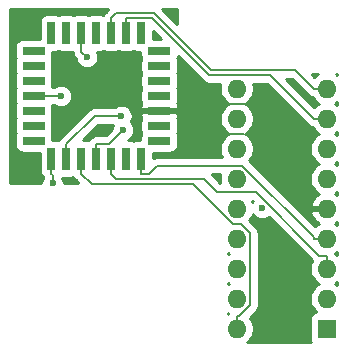
<source format=gbr>
%TF.GenerationSoftware,KiCad,Pcbnew,(5.1.6)-1*%
%TF.CreationDate,2021-02-27T12:52:12+00:00*%
%TF.ProjectId,EgretCudaAdapter,45677265-7443-4756-9461-416461707465,rev?*%
%TF.SameCoordinates,Original*%
%TF.FileFunction,Copper,L1,Top*%
%TF.FilePolarity,Positive*%
%FSLAX46Y46*%
G04 Gerber Fmt 4.6, Leading zero omitted, Abs format (unit mm)*
G04 Created by KiCad (PCBNEW (5.1.6)-1) date 2021-02-27 12:52:12*
%MOMM*%
%LPD*%
G01*
G04 APERTURE LIST*
%TA.AperFunction,ComponentPad*%
%ADD10O,1.600000X1.600000*%
%TD*%
%TA.AperFunction,ComponentPad*%
%ADD11R,1.600000X1.600000*%
%TD*%
%TA.AperFunction,SMDPad,CuDef*%
%ADD12R,1.925000X0.700000*%
%TD*%
%TA.AperFunction,SMDPad,CuDef*%
%ADD13R,0.700000X1.925000*%
%TD*%
%TA.AperFunction,ViaPad*%
%ADD14C,0.600000*%
%TD*%
%TA.AperFunction,Conductor*%
%ADD15C,0.200000*%
%TD*%
%TA.AperFunction,Conductor*%
%ADD16C,0.254000*%
%TD*%
%TA.AperFunction,NonConductor*%
%ADD17C,0.254000*%
%TD*%
G04 APERTURE END LIST*
D10*
%TO.P,344-0440-B,18*%
%TO.N,/PB5*%
X138880000Y-87700000D03*
%TO.P,344-0440-B,9*%
%TO.N,/CB2*%
X146500000Y-67380000D03*
%TO.P,344-0440-B,17*%
%TO.N,/PB4*%
X138880000Y-85160000D03*
%TO.P,344-0440-B,8*%
%TO.N,/CB1*%
X146500000Y-69920000D03*
%TO.P,344-0440-B,16*%
%TO.N,/C3.7M*%
X138880000Y-82620000D03*
%TO.P,344-0440-B,7*%
%TO.N,Net-(344-0440-B1-Pad7)*%
X146500000Y-72460000D03*
%TO.P,344-0440-B,15*%
%TO.N,Net-(344-0440-B1-Pad15)*%
X138880000Y-80080000D03*
%TO.P,344-0440-B,6*%
%TO.N,Net-(344-0440-B1-Pad6)*%
X146500000Y-75000000D03*
%TO.P,344-0440-B,14*%
%TO.N,/VCC*%
X138880000Y-77540000D03*
%TO.P,344-0440-B,5*%
%TO.N,/GND*%
X146500000Y-77540000D03*
%TO.P,344-0440-B,13*%
%TO.N,Net-(344-0440-B1-Pad13)*%
X138880000Y-75000000D03*
%TO.P,344-0440-B,4*%
%TO.N,/RESET*%
X146500000Y-80080000D03*
%TO.P,344-0440-B,12*%
%TO.N,Net-(344-0440-B1-Pad12)*%
X138880000Y-72460000D03*
%TO.P,344-0440-B,3*%
%TO.N,/T0CKI*%
X146500000Y-82620000D03*
%TO.P,344-0440-B,11*%
%TO.N,Net-(344-0440-B1-Pad11)*%
X138880000Y-69920000D03*
%TO.P,344-0440-B,2*%
%TO.N,/ADB*%
X146500000Y-85160000D03*
%TO.P,344-0440-B,10*%
%TO.N,/PB3*%
X138880000Y-67380000D03*
D11*
%TO.P,344-0440-B,1*%
%TO.N,/RA2*%
X146500000Y-87700000D03*
%TD*%
D12*
%TO.P,344S0440-B,25*%
%TO.N,Net-(344S0440-B1-Pad25)*%
X121677500Y-71810000D03*
%TO.P,344S0440-B,24*%
%TO.N,Net-(344S0440-B1-Pad24)*%
X121677500Y-70540000D03*
%TO.P,344S0440-B,23*%
%TO.N,Net-(344S0440-B1-Pad23)*%
X121677500Y-69270000D03*
%TO.P,344S0440-B,22*%
%TO.N,/VCC*%
X121677500Y-68000000D03*
%TO.P,344S0440-B,21*%
%TO.N,Net-(344S0440-B1-Pad21)*%
X121677500Y-66730000D03*
%TO.P,344S0440-B,20*%
%TO.N,Net-(344S0440-B1-Pad20)*%
X121677500Y-65460000D03*
%TO.P,344S0440-B,19*%
%TO.N,Net-(344S0440-B1-Pad19)*%
X121677500Y-64190000D03*
D13*
%TO.P,344S0440-B,18*%
%TO.N,Net-(344S0440-B1-Pad18)*%
X123190000Y-62677500D03*
%TO.P,344S0440-B,17*%
%TO.N,Net-(344S0440-B1-Pad17)*%
X124460000Y-62677500D03*
%TO.P,344S0440-B,16*%
%TO.N,/PB3*%
X125730000Y-62677500D03*
%TO.P,344S0440-B,15*%
%TO.N,Net-(344S0440-B1-Pad15)*%
X127000000Y-62677500D03*
%TO.P,344S0440-B,14*%
%TO.N,/CB2*%
X128270000Y-62677500D03*
%TO.P,344S0440-B,13*%
%TO.N,/CB1*%
X129540000Y-62677500D03*
%TO.P,344S0440-B,12*%
%TO.N,Net-(344S0440-B1-Pad12)*%
X130810000Y-62677500D03*
D12*
%TO.P,344S0440-B,11*%
%TO.N,Net-(344S0440-B1-Pad11)*%
X132322500Y-64190000D03*
%TO.P,344S0440-B,10*%
%TO.N,Net-(344S0440-B1-Pad10)*%
X132322500Y-65460000D03*
%TO.P,344S0440-B,9*%
%TO.N,Net-(344S0440-B1-Pad9)*%
X132322500Y-66730000D03*
%TO.P,344S0440-B,8*%
%TO.N,Net-(344S0440-B1-Pad8)*%
X132322500Y-68000000D03*
%TO.P,344S0440-B,7*%
%TO.N,/GND*%
X132322500Y-69270000D03*
%TO.P,344S0440-B,6*%
%TO.N,Net-(344S0440-B1-Pad6)*%
X132322500Y-70540000D03*
%TO.P,344S0440-B,5*%
%TO.N,Net-(344S0440-B1-Pad5)*%
X132322500Y-71810000D03*
D13*
%TO.P,344S0440-B,26*%
%TO.N,/C3.7M*%
X123190000Y-73322500D03*
%TO.P,344S0440-B,27*%
%TO.N,/PB4*%
X124460000Y-73322500D03*
%TO.P,344S0440-B,28*%
%TO.N,/PB5*%
X125730000Y-73322500D03*
%TO.P,344S0440-B,4*%
%TO.N,/RESET*%
X130810000Y-73322500D03*
%TO.P,344S0440-B,3*%
%TO.N,Net-(344S0440-B1-Pad3)*%
X129540000Y-73322500D03*
%TO.P,344S0440-B,2*%
%TO.N,/T0CKI*%
X128270000Y-73322500D03*
%TO.P,344S0440-B,1*%
%TO.N,/RA2*%
X127000000Y-73322500D03*
%TD*%
D14*
%TO.N,/VCC*%
X141000000Y-77500000D03*
X124000000Y-68000000D03*
%TO.N,/PB3*%
X126200000Y-64740000D03*
%TO.N,/GND*%
X144500000Y-77500000D03*
X127000000Y-68000000D03*
%TO.N,/C3.7M*%
X123280000Y-75370000D03*
%TO.N,/PB4*%
X129120000Y-69683400D03*
%TO.N,/RA2*%
X129250700Y-70881700D03*
%TD*%
D15*
%TO.N,/GND*%
X138239500Y-71183500D02*
X139509500Y-71183500D01*
X138239500Y-68643500D02*
X139573000Y-68643500D01*
%TO.N,/VCC*%
X124000000Y-68000000D02*
X121677500Y-68000000D01*
%TO.N,/PB3*%
X125730000Y-62677500D02*
X125730000Y-64270000D01*
X125730000Y-64270000D02*
X126200000Y-64740000D01*
%TO.N,/CB2*%
X146500000Y-67380000D02*
X145399700Y-67380000D01*
X128270000Y-62677500D02*
X128270000Y-61414700D01*
X128270000Y-61414700D02*
X128670300Y-61014400D01*
X128670300Y-61014400D02*
X131883100Y-61014400D01*
X131883100Y-61014400D02*
X136679100Y-65810400D01*
X136679100Y-65810400D02*
X143830100Y-65810400D01*
X143830100Y-65810400D02*
X145399700Y-67380000D01*
%TO.N,/CB1*%
X129540000Y-62677500D02*
X129540000Y-61414700D01*
X146500000Y-69920000D02*
X145399700Y-69920000D01*
X145399700Y-69920000D02*
X141722400Y-66242700D01*
X141722400Y-66242700D02*
X136545100Y-66242700D01*
X136545100Y-66242700D02*
X131717100Y-61414700D01*
X131717100Y-61414700D02*
X129540000Y-61414700D01*
%TO.N,/GND*%
X132322500Y-69270000D02*
X135310000Y-69270000D01*
X135310000Y-69270000D02*
X137160000Y-71120000D01*
%TO.N,/C3.7M*%
X123190000Y-73322500D02*
X123190000Y-74585300D01*
X123190000Y-74585300D02*
X123280000Y-74675300D01*
X123280000Y-74675300D02*
X123280000Y-75370000D01*
%TO.N,/PB4*%
X124460000Y-73322500D02*
X124460000Y-72059700D01*
X124460000Y-72059700D02*
X126836200Y-69683500D01*
X126836200Y-69683500D02*
X129120000Y-69683500D01*
X129120000Y-69683500D02*
X129120000Y-69683400D01*
%TO.N,/PB5*%
X138880000Y-87700000D02*
X138880000Y-86599700D01*
X125730000Y-73322500D02*
X125730000Y-74585300D01*
X125730000Y-74585300D02*
X126634200Y-75489500D01*
X126634200Y-75489500D02*
X135200900Y-75489500D01*
X135200900Y-75489500D02*
X138561900Y-78850500D01*
X138561900Y-78850500D02*
X139207800Y-78850500D01*
X139207800Y-78850500D02*
X139989500Y-79632200D01*
X139989500Y-79632200D02*
X139989500Y-85718200D01*
X139989500Y-85718200D02*
X139108000Y-86599700D01*
X139108000Y-86599700D02*
X138880000Y-86599700D01*
%TO.N,/RESET*%
X130810000Y-73322500D02*
X130810000Y-74585300D01*
X145399700Y-80080000D02*
X145399700Y-79939700D01*
X145399700Y-79939700D02*
X139353700Y-73893700D01*
X139353700Y-73893700D02*
X132151900Y-73893700D01*
X132151900Y-73893700D02*
X131460300Y-74585300D01*
X131460300Y-74585300D02*
X130810000Y-74585300D01*
X146500000Y-80080000D02*
X145399700Y-80080000D01*
%TO.N,/T0CKI*%
X146500000Y-82620000D02*
X146500000Y-81519700D01*
X128270000Y-73322500D02*
X128270000Y-74585300D01*
X128270000Y-74585300D02*
X128674300Y-74989600D01*
X128674300Y-74989600D02*
X136090000Y-74989600D01*
X136090000Y-74989600D02*
X137228700Y-76128300D01*
X137228700Y-76128300D02*
X140491600Y-76128300D01*
X140491600Y-76128300D02*
X145883000Y-81519700D01*
X145883000Y-81519700D02*
X146500000Y-81519700D01*
%TO.N,/RA2*%
X127000000Y-73322500D02*
X127000000Y-72059700D01*
X127000000Y-72059700D02*
X128072700Y-72059700D01*
X128072700Y-72059700D02*
X129250700Y-70881700D01*
%TD*%
D16*
%TO.N,/GND*%
G36*
X144854446Y-70414193D02*
G01*
X144877462Y-70442238D01*
X144905506Y-70465253D01*
X144989380Y-70534087D01*
X145117066Y-70602337D01*
X145255615Y-70644365D01*
X145258324Y-70644632D01*
X145385363Y-70834759D01*
X145585241Y-71034637D01*
X145817759Y-71190000D01*
X145585241Y-71345363D01*
X145385363Y-71545241D01*
X145228320Y-71780273D01*
X145120147Y-72041426D01*
X145065000Y-72318665D01*
X145065000Y-72601335D01*
X145120147Y-72878574D01*
X145228320Y-73139727D01*
X145385363Y-73374759D01*
X145585241Y-73574637D01*
X145817759Y-73730000D01*
X145585241Y-73885363D01*
X145385363Y-74085241D01*
X145228320Y-74320273D01*
X145120147Y-74581426D01*
X145065000Y-74858665D01*
X145065000Y-75141335D01*
X145120147Y-75418574D01*
X145228320Y-75679727D01*
X145385363Y-75914759D01*
X145585241Y-76114637D01*
X145820273Y-76271680D01*
X145830865Y-76276067D01*
X145644869Y-76387615D01*
X145436481Y-76576586D01*
X145268963Y-76802580D01*
X145148754Y-77056913D01*
X145108096Y-77190961D01*
X145230085Y-77413000D01*
X146373000Y-77413000D01*
X146373000Y-77393000D01*
X146627000Y-77393000D01*
X146627000Y-77413000D01*
X146647000Y-77413000D01*
X146647000Y-77667000D01*
X146627000Y-77667000D01*
X146627000Y-77687000D01*
X146373000Y-77687000D01*
X146373000Y-77667000D01*
X145230085Y-77667000D01*
X145108096Y-77889039D01*
X145148754Y-78023087D01*
X145268963Y-78277420D01*
X145436481Y-78503414D01*
X145644869Y-78692385D01*
X145830865Y-78803933D01*
X145820273Y-78808320D01*
X145585241Y-78965363D01*
X145525025Y-79025579D01*
X139934421Y-73434975D01*
X139994637Y-73374759D01*
X140151680Y-73139727D01*
X140259853Y-72878574D01*
X140315000Y-72601335D01*
X140315000Y-72318665D01*
X140259853Y-72041426D01*
X140151680Y-71780273D01*
X139994637Y-71545241D01*
X139794759Y-71345363D01*
X139562241Y-71190000D01*
X139794759Y-71034637D01*
X139994637Y-70834759D01*
X140151680Y-70599727D01*
X140259853Y-70338574D01*
X140315000Y-70061335D01*
X140315000Y-69778665D01*
X140259853Y-69501426D01*
X140151680Y-69240273D01*
X139994637Y-69005241D01*
X139794759Y-68805363D01*
X139562241Y-68650000D01*
X139794759Y-68494637D01*
X139994637Y-68294759D01*
X140151680Y-68059727D01*
X140259853Y-67798574D01*
X140315000Y-67521335D01*
X140315000Y-67238665D01*
X140263090Y-66977700D01*
X141417954Y-66977700D01*
X144854446Y-70414193D01*
G37*
X144854446Y-70414193D02*
X144877462Y-70442238D01*
X144905506Y-70465253D01*
X144989380Y-70534087D01*
X145117066Y-70602337D01*
X145255615Y-70644365D01*
X145258324Y-70644632D01*
X145385363Y-70834759D01*
X145585241Y-71034637D01*
X145817759Y-71190000D01*
X145585241Y-71345363D01*
X145385363Y-71545241D01*
X145228320Y-71780273D01*
X145120147Y-72041426D01*
X145065000Y-72318665D01*
X145065000Y-72601335D01*
X145120147Y-72878574D01*
X145228320Y-73139727D01*
X145385363Y-73374759D01*
X145585241Y-73574637D01*
X145817759Y-73730000D01*
X145585241Y-73885363D01*
X145385363Y-74085241D01*
X145228320Y-74320273D01*
X145120147Y-74581426D01*
X145065000Y-74858665D01*
X145065000Y-75141335D01*
X145120147Y-75418574D01*
X145228320Y-75679727D01*
X145385363Y-75914759D01*
X145585241Y-76114637D01*
X145820273Y-76271680D01*
X145830865Y-76276067D01*
X145644869Y-76387615D01*
X145436481Y-76576586D01*
X145268963Y-76802580D01*
X145148754Y-77056913D01*
X145108096Y-77190961D01*
X145230085Y-77413000D01*
X146373000Y-77413000D01*
X146373000Y-77393000D01*
X146627000Y-77393000D01*
X146627000Y-77413000D01*
X146647000Y-77413000D01*
X146647000Y-77667000D01*
X146627000Y-77667000D01*
X146627000Y-77687000D01*
X146373000Y-77687000D01*
X146373000Y-77667000D01*
X145230085Y-77667000D01*
X145108096Y-77889039D01*
X145148754Y-78023087D01*
X145268963Y-78277420D01*
X145436481Y-78503414D01*
X145644869Y-78692385D01*
X145830865Y-78803933D01*
X145820273Y-78808320D01*
X145585241Y-78965363D01*
X145525025Y-79025579D01*
X139934421Y-73434975D01*
X139994637Y-73374759D01*
X140151680Y-73139727D01*
X140259853Y-72878574D01*
X140315000Y-72601335D01*
X140315000Y-72318665D01*
X140259853Y-72041426D01*
X140151680Y-71780273D01*
X139994637Y-71545241D01*
X139794759Y-71345363D01*
X139562241Y-71190000D01*
X139794759Y-71034637D01*
X139994637Y-70834759D01*
X140151680Y-70599727D01*
X140259853Y-70338574D01*
X140315000Y-70061335D01*
X140315000Y-69778665D01*
X140259853Y-69501426D01*
X140151680Y-69240273D01*
X139994637Y-69005241D01*
X139794759Y-68805363D01*
X139562241Y-68650000D01*
X139794759Y-68494637D01*
X139994637Y-68294759D01*
X140151680Y-68059727D01*
X140259853Y-67798574D01*
X140315000Y-67521335D01*
X140315000Y-67238665D01*
X140263090Y-66977700D01*
X141417954Y-66977700D01*
X144854446Y-70414193D01*
G36*
X130215820Y-64229502D02*
G01*
X130335518Y-64265812D01*
X130460000Y-64278072D01*
X130721928Y-64278072D01*
X130721928Y-64540000D01*
X130734188Y-64664482D01*
X130770498Y-64784180D01*
X130792317Y-64825000D01*
X130770498Y-64865820D01*
X130734188Y-64985518D01*
X130721928Y-65110000D01*
X130721928Y-65810000D01*
X130734188Y-65934482D01*
X130770498Y-66054180D01*
X130792317Y-66095000D01*
X130770498Y-66135820D01*
X130734188Y-66255518D01*
X130721928Y-66380000D01*
X130721928Y-67080000D01*
X130734188Y-67204482D01*
X130770498Y-67324180D01*
X130792317Y-67365000D01*
X130770498Y-67405820D01*
X130734188Y-67525518D01*
X130721928Y-67650000D01*
X130721928Y-68350000D01*
X130734188Y-68474482D01*
X130770498Y-68594180D01*
X130792317Y-68635000D01*
X130770498Y-68675820D01*
X130734188Y-68795518D01*
X130721928Y-68920000D01*
X130725000Y-68984250D01*
X130883750Y-69143000D01*
X132195500Y-69143000D01*
X132195500Y-69123000D01*
X132449500Y-69123000D01*
X132449500Y-69143000D01*
X133761250Y-69143000D01*
X133920000Y-68984250D01*
X133923072Y-68920000D01*
X133910812Y-68795518D01*
X133874502Y-68675820D01*
X133852683Y-68635000D01*
X133874502Y-68594180D01*
X133910812Y-68474482D01*
X133923072Y-68350000D01*
X133923072Y-67650000D01*
X133910812Y-67525518D01*
X133874502Y-67405820D01*
X133852683Y-67365000D01*
X133874502Y-67324180D01*
X133910812Y-67204482D01*
X133923072Y-67080000D01*
X133923072Y-66380000D01*
X133910812Y-66255518D01*
X133874502Y-66135820D01*
X133852683Y-66095000D01*
X133874502Y-66054180D01*
X133910812Y-65934482D01*
X133923072Y-65810000D01*
X133923072Y-65110000D01*
X133910812Y-64985518D01*
X133874502Y-64865820D01*
X133852683Y-64825000D01*
X133874502Y-64784180D01*
X133910812Y-64664482D01*
X133912302Y-64649349D01*
X135999846Y-66736893D01*
X136022862Y-66764938D01*
X136134780Y-66856787D01*
X136262467Y-66925037D01*
X136358986Y-66954316D01*
X136401014Y-66967065D01*
X136545099Y-66981256D01*
X136581204Y-66977700D01*
X137496910Y-66977700D01*
X137445000Y-67238665D01*
X137445000Y-67521335D01*
X137500147Y-67798574D01*
X137608320Y-68059727D01*
X137765363Y-68294759D01*
X137965241Y-68494637D01*
X138197759Y-68650000D01*
X137965241Y-68805363D01*
X137765363Y-69005241D01*
X137608320Y-69240273D01*
X137500147Y-69501426D01*
X137445000Y-69778665D01*
X137445000Y-70061335D01*
X137500147Y-70338574D01*
X137608320Y-70599727D01*
X137765363Y-70834759D01*
X137965241Y-71034637D01*
X138197759Y-71190000D01*
X137965241Y-71345363D01*
X137765363Y-71545241D01*
X137608320Y-71780273D01*
X137500147Y-72041426D01*
X137445000Y-72318665D01*
X137445000Y-72601335D01*
X137500147Y-72878574D01*
X137608320Y-73139727D01*
X137620997Y-73158700D01*
X132187996Y-73158700D01*
X132151899Y-73155145D01*
X132115802Y-73158700D01*
X132115795Y-73158700D01*
X132022032Y-73167935D01*
X132007814Y-73169335D01*
X131977882Y-73178415D01*
X131869267Y-73211363D01*
X131798072Y-73249417D01*
X131798072Y-72798072D01*
X133285000Y-72798072D01*
X133409482Y-72785812D01*
X133529180Y-72749502D01*
X133639494Y-72690537D01*
X133736185Y-72611185D01*
X133815537Y-72514494D01*
X133874502Y-72404180D01*
X133910812Y-72284482D01*
X133923072Y-72160000D01*
X133923072Y-71460000D01*
X133910812Y-71335518D01*
X133874502Y-71215820D01*
X133852683Y-71175000D01*
X133874502Y-71134180D01*
X133910812Y-71014482D01*
X133923072Y-70890000D01*
X133923072Y-70190000D01*
X133910812Y-70065518D01*
X133874502Y-69945820D01*
X133852683Y-69905000D01*
X133874502Y-69864180D01*
X133910812Y-69744482D01*
X133923072Y-69620000D01*
X133920000Y-69555750D01*
X133761250Y-69397000D01*
X132449500Y-69397000D01*
X132449500Y-69417000D01*
X132195500Y-69417000D01*
X132195500Y-69397000D01*
X130883750Y-69397000D01*
X130725000Y-69555750D01*
X130721928Y-69620000D01*
X130734188Y-69744482D01*
X130770498Y-69864180D01*
X130792317Y-69905000D01*
X130770498Y-69945820D01*
X130734188Y-70065518D01*
X130721928Y-70190000D01*
X130721928Y-70890000D01*
X130734188Y-71014482D01*
X130770498Y-71134180D01*
X130792317Y-71175000D01*
X130770498Y-71215820D01*
X130734188Y-71335518D01*
X130721928Y-71460000D01*
X130721928Y-71721928D01*
X130460000Y-71721928D01*
X130335518Y-71734188D01*
X130215820Y-71770498D01*
X130175000Y-71792317D01*
X130134180Y-71770498D01*
X130014482Y-71734188D01*
X129890000Y-71721928D01*
X129665482Y-71721928D01*
X129693589Y-71710286D01*
X129846728Y-71607962D01*
X129976962Y-71477728D01*
X130079286Y-71324589D01*
X130149768Y-71154429D01*
X130185700Y-70973789D01*
X130185700Y-70789611D01*
X130149768Y-70608971D01*
X130079286Y-70438811D01*
X129976962Y-70285672D01*
X129896112Y-70204822D01*
X129948586Y-70126289D01*
X130019068Y-69956129D01*
X130055000Y-69775489D01*
X130055000Y-69591311D01*
X130019068Y-69410671D01*
X129948586Y-69240511D01*
X129846262Y-69087372D01*
X129716028Y-68957138D01*
X129562889Y-68854814D01*
X129392729Y-68784332D01*
X129212089Y-68748400D01*
X129027911Y-68748400D01*
X128847271Y-68784332D01*
X128677111Y-68854814D01*
X128536900Y-68948500D01*
X126872294Y-68948500D01*
X126836199Y-68944945D01*
X126800104Y-68948500D01*
X126800095Y-68948500D01*
X126692115Y-68959135D01*
X126553567Y-69001163D01*
X126425880Y-69069413D01*
X126313962Y-69161262D01*
X126290946Y-69189307D01*
X123965808Y-71514446D01*
X123937763Y-71537462D01*
X123845914Y-71649380D01*
X123800583Y-71734188D01*
X123781594Y-71769714D01*
X123664482Y-71734188D01*
X123540000Y-71721928D01*
X123278072Y-71721928D01*
X123278072Y-71460000D01*
X123265812Y-71335518D01*
X123229502Y-71215820D01*
X123207683Y-71175000D01*
X123229502Y-71134180D01*
X123265812Y-71014482D01*
X123278072Y-70890000D01*
X123278072Y-70190000D01*
X123265812Y-70065518D01*
X123229502Y-69945820D01*
X123207683Y-69905000D01*
X123229502Y-69864180D01*
X123265812Y-69744482D01*
X123278072Y-69620000D01*
X123278072Y-68920000D01*
X123265812Y-68795518D01*
X123247454Y-68735000D01*
X123417049Y-68735000D01*
X123557111Y-68828586D01*
X123727271Y-68899068D01*
X123907911Y-68935000D01*
X124092089Y-68935000D01*
X124272729Y-68899068D01*
X124442889Y-68828586D01*
X124596028Y-68726262D01*
X124726262Y-68596028D01*
X124828586Y-68442889D01*
X124899068Y-68272729D01*
X124935000Y-68092089D01*
X124935000Y-67907911D01*
X124899068Y-67727271D01*
X124828586Y-67557111D01*
X124726262Y-67403972D01*
X124596028Y-67273738D01*
X124442889Y-67171414D01*
X124272729Y-67100932D01*
X124092089Y-67065000D01*
X123907911Y-67065000D01*
X123727271Y-67100932D01*
X123557111Y-67171414D01*
X123417049Y-67265000D01*
X123247454Y-67265000D01*
X123265812Y-67204482D01*
X123278072Y-67080000D01*
X123278072Y-66380000D01*
X123265812Y-66255518D01*
X123229502Y-66135820D01*
X123207683Y-66095000D01*
X123229502Y-66054180D01*
X123265812Y-65934482D01*
X123278072Y-65810000D01*
X123278072Y-65110000D01*
X123265812Y-64985518D01*
X123229502Y-64865820D01*
X123207683Y-64825000D01*
X123229502Y-64784180D01*
X123265812Y-64664482D01*
X123278072Y-64540000D01*
X123278072Y-64278072D01*
X123540000Y-64278072D01*
X123664482Y-64265812D01*
X123784180Y-64229502D01*
X123825000Y-64207683D01*
X123865820Y-64229502D01*
X123985518Y-64265812D01*
X124110000Y-64278072D01*
X124810000Y-64278072D01*
X124934482Y-64265812D01*
X124993623Y-64247872D01*
X124991444Y-64270000D01*
X125005635Y-64414085D01*
X125023182Y-64471928D01*
X125047664Y-64552633D01*
X125115914Y-64680320D01*
X125207763Y-64792238D01*
X125235808Y-64815254D01*
X125268068Y-64847514D01*
X125300932Y-65012729D01*
X125371414Y-65182889D01*
X125473738Y-65336028D01*
X125603972Y-65466262D01*
X125757111Y-65568586D01*
X125927271Y-65639068D01*
X126107911Y-65675000D01*
X126292089Y-65675000D01*
X126472729Y-65639068D01*
X126642889Y-65568586D01*
X126796028Y-65466262D01*
X126926262Y-65336028D01*
X127028586Y-65182889D01*
X127099068Y-65012729D01*
X127135000Y-64832089D01*
X127135000Y-64647911D01*
X127099068Y-64467271D01*
X127028586Y-64297111D01*
X127015865Y-64278072D01*
X127350000Y-64278072D01*
X127474482Y-64265812D01*
X127594180Y-64229502D01*
X127635000Y-64207683D01*
X127675820Y-64229502D01*
X127795518Y-64265812D01*
X127920000Y-64278072D01*
X128620000Y-64278072D01*
X128744482Y-64265812D01*
X128864180Y-64229502D01*
X128905000Y-64207683D01*
X128945820Y-64229502D01*
X129065518Y-64265812D01*
X129190000Y-64278072D01*
X129890000Y-64278072D01*
X130014482Y-64265812D01*
X130134180Y-64229502D01*
X130175000Y-64207683D01*
X130215820Y-64229502D01*
G37*
X130215820Y-64229502D02*
X130335518Y-64265812D01*
X130460000Y-64278072D01*
X130721928Y-64278072D01*
X130721928Y-64540000D01*
X130734188Y-64664482D01*
X130770498Y-64784180D01*
X130792317Y-64825000D01*
X130770498Y-64865820D01*
X130734188Y-64985518D01*
X130721928Y-65110000D01*
X130721928Y-65810000D01*
X130734188Y-65934482D01*
X130770498Y-66054180D01*
X130792317Y-66095000D01*
X130770498Y-66135820D01*
X130734188Y-66255518D01*
X130721928Y-66380000D01*
X130721928Y-67080000D01*
X130734188Y-67204482D01*
X130770498Y-67324180D01*
X130792317Y-67365000D01*
X130770498Y-67405820D01*
X130734188Y-67525518D01*
X130721928Y-67650000D01*
X130721928Y-68350000D01*
X130734188Y-68474482D01*
X130770498Y-68594180D01*
X130792317Y-68635000D01*
X130770498Y-68675820D01*
X130734188Y-68795518D01*
X130721928Y-68920000D01*
X130725000Y-68984250D01*
X130883750Y-69143000D01*
X132195500Y-69143000D01*
X132195500Y-69123000D01*
X132449500Y-69123000D01*
X132449500Y-69143000D01*
X133761250Y-69143000D01*
X133920000Y-68984250D01*
X133923072Y-68920000D01*
X133910812Y-68795518D01*
X133874502Y-68675820D01*
X133852683Y-68635000D01*
X133874502Y-68594180D01*
X133910812Y-68474482D01*
X133923072Y-68350000D01*
X133923072Y-67650000D01*
X133910812Y-67525518D01*
X133874502Y-67405820D01*
X133852683Y-67365000D01*
X133874502Y-67324180D01*
X133910812Y-67204482D01*
X133923072Y-67080000D01*
X133923072Y-66380000D01*
X133910812Y-66255518D01*
X133874502Y-66135820D01*
X133852683Y-66095000D01*
X133874502Y-66054180D01*
X133910812Y-65934482D01*
X133923072Y-65810000D01*
X133923072Y-65110000D01*
X133910812Y-64985518D01*
X133874502Y-64865820D01*
X133852683Y-64825000D01*
X133874502Y-64784180D01*
X133910812Y-64664482D01*
X133912302Y-64649349D01*
X135999846Y-66736893D01*
X136022862Y-66764938D01*
X136134780Y-66856787D01*
X136262467Y-66925037D01*
X136358986Y-66954316D01*
X136401014Y-66967065D01*
X136545099Y-66981256D01*
X136581204Y-66977700D01*
X137496910Y-66977700D01*
X137445000Y-67238665D01*
X137445000Y-67521335D01*
X137500147Y-67798574D01*
X137608320Y-68059727D01*
X137765363Y-68294759D01*
X137965241Y-68494637D01*
X138197759Y-68650000D01*
X137965241Y-68805363D01*
X137765363Y-69005241D01*
X137608320Y-69240273D01*
X137500147Y-69501426D01*
X137445000Y-69778665D01*
X137445000Y-70061335D01*
X137500147Y-70338574D01*
X137608320Y-70599727D01*
X137765363Y-70834759D01*
X137965241Y-71034637D01*
X138197759Y-71190000D01*
X137965241Y-71345363D01*
X137765363Y-71545241D01*
X137608320Y-71780273D01*
X137500147Y-72041426D01*
X137445000Y-72318665D01*
X137445000Y-72601335D01*
X137500147Y-72878574D01*
X137608320Y-73139727D01*
X137620997Y-73158700D01*
X132187996Y-73158700D01*
X132151899Y-73155145D01*
X132115802Y-73158700D01*
X132115795Y-73158700D01*
X132022032Y-73167935D01*
X132007814Y-73169335D01*
X131977882Y-73178415D01*
X131869267Y-73211363D01*
X131798072Y-73249417D01*
X131798072Y-72798072D01*
X133285000Y-72798072D01*
X133409482Y-72785812D01*
X133529180Y-72749502D01*
X133639494Y-72690537D01*
X133736185Y-72611185D01*
X133815537Y-72514494D01*
X133874502Y-72404180D01*
X133910812Y-72284482D01*
X133923072Y-72160000D01*
X133923072Y-71460000D01*
X133910812Y-71335518D01*
X133874502Y-71215820D01*
X133852683Y-71175000D01*
X133874502Y-71134180D01*
X133910812Y-71014482D01*
X133923072Y-70890000D01*
X133923072Y-70190000D01*
X133910812Y-70065518D01*
X133874502Y-69945820D01*
X133852683Y-69905000D01*
X133874502Y-69864180D01*
X133910812Y-69744482D01*
X133923072Y-69620000D01*
X133920000Y-69555750D01*
X133761250Y-69397000D01*
X132449500Y-69397000D01*
X132449500Y-69417000D01*
X132195500Y-69417000D01*
X132195500Y-69397000D01*
X130883750Y-69397000D01*
X130725000Y-69555750D01*
X130721928Y-69620000D01*
X130734188Y-69744482D01*
X130770498Y-69864180D01*
X130792317Y-69905000D01*
X130770498Y-69945820D01*
X130734188Y-70065518D01*
X130721928Y-70190000D01*
X130721928Y-70890000D01*
X130734188Y-71014482D01*
X130770498Y-71134180D01*
X130792317Y-71175000D01*
X130770498Y-71215820D01*
X130734188Y-71335518D01*
X130721928Y-71460000D01*
X130721928Y-71721928D01*
X130460000Y-71721928D01*
X130335518Y-71734188D01*
X130215820Y-71770498D01*
X130175000Y-71792317D01*
X130134180Y-71770498D01*
X130014482Y-71734188D01*
X129890000Y-71721928D01*
X129665482Y-71721928D01*
X129693589Y-71710286D01*
X129846728Y-71607962D01*
X129976962Y-71477728D01*
X130079286Y-71324589D01*
X130149768Y-71154429D01*
X130185700Y-70973789D01*
X130185700Y-70789611D01*
X130149768Y-70608971D01*
X130079286Y-70438811D01*
X129976962Y-70285672D01*
X129896112Y-70204822D01*
X129948586Y-70126289D01*
X130019068Y-69956129D01*
X130055000Y-69775489D01*
X130055000Y-69591311D01*
X130019068Y-69410671D01*
X129948586Y-69240511D01*
X129846262Y-69087372D01*
X129716028Y-68957138D01*
X129562889Y-68854814D01*
X129392729Y-68784332D01*
X129212089Y-68748400D01*
X129027911Y-68748400D01*
X128847271Y-68784332D01*
X128677111Y-68854814D01*
X128536900Y-68948500D01*
X126872294Y-68948500D01*
X126836199Y-68944945D01*
X126800104Y-68948500D01*
X126800095Y-68948500D01*
X126692115Y-68959135D01*
X126553567Y-69001163D01*
X126425880Y-69069413D01*
X126313962Y-69161262D01*
X126290946Y-69189307D01*
X123965808Y-71514446D01*
X123937763Y-71537462D01*
X123845914Y-71649380D01*
X123800583Y-71734188D01*
X123781594Y-71769714D01*
X123664482Y-71734188D01*
X123540000Y-71721928D01*
X123278072Y-71721928D01*
X123278072Y-71460000D01*
X123265812Y-71335518D01*
X123229502Y-71215820D01*
X123207683Y-71175000D01*
X123229502Y-71134180D01*
X123265812Y-71014482D01*
X123278072Y-70890000D01*
X123278072Y-70190000D01*
X123265812Y-70065518D01*
X123229502Y-69945820D01*
X123207683Y-69905000D01*
X123229502Y-69864180D01*
X123265812Y-69744482D01*
X123278072Y-69620000D01*
X123278072Y-68920000D01*
X123265812Y-68795518D01*
X123247454Y-68735000D01*
X123417049Y-68735000D01*
X123557111Y-68828586D01*
X123727271Y-68899068D01*
X123907911Y-68935000D01*
X124092089Y-68935000D01*
X124272729Y-68899068D01*
X124442889Y-68828586D01*
X124596028Y-68726262D01*
X124726262Y-68596028D01*
X124828586Y-68442889D01*
X124899068Y-68272729D01*
X124935000Y-68092089D01*
X124935000Y-67907911D01*
X124899068Y-67727271D01*
X124828586Y-67557111D01*
X124726262Y-67403972D01*
X124596028Y-67273738D01*
X124442889Y-67171414D01*
X124272729Y-67100932D01*
X124092089Y-67065000D01*
X123907911Y-67065000D01*
X123727271Y-67100932D01*
X123557111Y-67171414D01*
X123417049Y-67265000D01*
X123247454Y-67265000D01*
X123265812Y-67204482D01*
X123278072Y-67080000D01*
X123278072Y-66380000D01*
X123265812Y-66255518D01*
X123229502Y-66135820D01*
X123207683Y-66095000D01*
X123229502Y-66054180D01*
X123265812Y-65934482D01*
X123278072Y-65810000D01*
X123278072Y-65110000D01*
X123265812Y-64985518D01*
X123229502Y-64865820D01*
X123207683Y-64825000D01*
X123229502Y-64784180D01*
X123265812Y-64664482D01*
X123278072Y-64540000D01*
X123278072Y-64278072D01*
X123540000Y-64278072D01*
X123664482Y-64265812D01*
X123784180Y-64229502D01*
X123825000Y-64207683D01*
X123865820Y-64229502D01*
X123985518Y-64265812D01*
X124110000Y-64278072D01*
X124810000Y-64278072D01*
X124934482Y-64265812D01*
X124993623Y-64247872D01*
X124991444Y-64270000D01*
X125005635Y-64414085D01*
X125023182Y-64471928D01*
X125047664Y-64552633D01*
X125115914Y-64680320D01*
X125207763Y-64792238D01*
X125235808Y-64815254D01*
X125268068Y-64847514D01*
X125300932Y-65012729D01*
X125371414Y-65182889D01*
X125473738Y-65336028D01*
X125603972Y-65466262D01*
X125757111Y-65568586D01*
X125927271Y-65639068D01*
X126107911Y-65675000D01*
X126292089Y-65675000D01*
X126472729Y-65639068D01*
X126642889Y-65568586D01*
X126796028Y-65466262D01*
X126926262Y-65336028D01*
X127028586Y-65182889D01*
X127099068Y-65012729D01*
X127135000Y-64832089D01*
X127135000Y-64647911D01*
X127099068Y-64467271D01*
X127028586Y-64297111D01*
X127015865Y-64278072D01*
X127350000Y-64278072D01*
X127474482Y-64265812D01*
X127594180Y-64229502D01*
X127635000Y-64207683D01*
X127675820Y-64229502D01*
X127795518Y-64265812D01*
X127920000Y-64278072D01*
X128620000Y-64278072D01*
X128744482Y-64265812D01*
X128864180Y-64229502D01*
X128905000Y-64207683D01*
X128945820Y-64229502D01*
X129065518Y-64265812D01*
X129190000Y-64278072D01*
X129890000Y-64278072D01*
X130014482Y-64265812D01*
X130134180Y-64229502D01*
X130175000Y-64207683D01*
X130215820Y-64229502D01*
D17*
G36*
X140273738Y-78096028D02*
G01*
X140403972Y-78226262D01*
X140557111Y-78328586D01*
X140727271Y-78399068D01*
X140907911Y-78435000D01*
X141092089Y-78435000D01*
X141272729Y-78399068D01*
X141442889Y-78328586D01*
X141568506Y-78244652D01*
X145242662Y-81918809D01*
X145228320Y-81940273D01*
X145120147Y-82201426D01*
X145065000Y-82478665D01*
X145065000Y-82761335D01*
X145120147Y-83038574D01*
X145228320Y-83299727D01*
X145385363Y-83534759D01*
X145585241Y-83734637D01*
X145817759Y-83890000D01*
X145585241Y-84045363D01*
X145385363Y-84245241D01*
X145228320Y-84480273D01*
X145120147Y-84741426D01*
X145065000Y-85018665D01*
X145065000Y-85301335D01*
X145120147Y-85578574D01*
X145228320Y-85839727D01*
X145385363Y-86074759D01*
X145583961Y-86273357D01*
X145575518Y-86274188D01*
X145455820Y-86310498D01*
X145345506Y-86369463D01*
X145248815Y-86448815D01*
X145169463Y-86545506D01*
X145110498Y-86655820D01*
X145074188Y-86775518D01*
X145061928Y-86900000D01*
X145061928Y-88500000D01*
X145074188Y-88624482D01*
X145110498Y-88744180D01*
X145161716Y-88840000D01*
X139756801Y-88840000D01*
X139794759Y-88814637D01*
X139994637Y-88614759D01*
X140151680Y-88379727D01*
X140259853Y-88118574D01*
X140315000Y-87841335D01*
X140315000Y-87558665D01*
X140259853Y-87281426D01*
X140151680Y-87020273D01*
X139994637Y-86785241D01*
X139978271Y-86768875D01*
X140483693Y-86263454D01*
X140511738Y-86240438D01*
X140603587Y-86128520D01*
X140671837Y-86000833D01*
X140713865Y-85862285D01*
X140724500Y-85754305D01*
X140724500Y-85754296D01*
X140728055Y-85718201D01*
X140724500Y-85682106D01*
X140724500Y-79668305D01*
X140728056Y-79632200D01*
X140713865Y-79488115D01*
X140671837Y-79349566D01*
X140603587Y-79221880D01*
X140534753Y-79138006D01*
X140534750Y-79138003D01*
X140511737Y-79109962D01*
X140483697Y-79086950D01*
X139923071Y-78526325D01*
X139994637Y-78454759D01*
X140151680Y-78219727D01*
X140230020Y-78030599D01*
X140273738Y-78096028D01*
G37*
X140273738Y-78096028D02*
X140403972Y-78226262D01*
X140557111Y-78328586D01*
X140727271Y-78399068D01*
X140907911Y-78435000D01*
X141092089Y-78435000D01*
X141272729Y-78399068D01*
X141442889Y-78328586D01*
X141568506Y-78244652D01*
X145242662Y-81918809D01*
X145228320Y-81940273D01*
X145120147Y-82201426D01*
X145065000Y-82478665D01*
X145065000Y-82761335D01*
X145120147Y-83038574D01*
X145228320Y-83299727D01*
X145385363Y-83534759D01*
X145585241Y-83734637D01*
X145817759Y-83890000D01*
X145585241Y-84045363D01*
X145385363Y-84245241D01*
X145228320Y-84480273D01*
X145120147Y-84741426D01*
X145065000Y-85018665D01*
X145065000Y-85301335D01*
X145120147Y-85578574D01*
X145228320Y-85839727D01*
X145385363Y-86074759D01*
X145583961Y-86273357D01*
X145575518Y-86274188D01*
X145455820Y-86310498D01*
X145345506Y-86369463D01*
X145248815Y-86448815D01*
X145169463Y-86545506D01*
X145110498Y-86655820D01*
X145074188Y-86775518D01*
X145061928Y-86900000D01*
X145061928Y-88500000D01*
X145074188Y-88624482D01*
X145110498Y-88744180D01*
X145161716Y-88840000D01*
X139756801Y-88840000D01*
X139794759Y-88814637D01*
X139994637Y-88614759D01*
X140151680Y-88379727D01*
X140259853Y-88118574D01*
X140315000Y-87841335D01*
X140315000Y-87558665D01*
X140259853Y-87281426D01*
X140151680Y-87020273D01*
X139994637Y-86785241D01*
X139978271Y-86768875D01*
X140483693Y-86263454D01*
X140511738Y-86240438D01*
X140603587Y-86128520D01*
X140671837Y-86000833D01*
X140713865Y-85862285D01*
X140724500Y-85754305D01*
X140724500Y-85754296D01*
X140728055Y-85718201D01*
X140724500Y-85682106D01*
X140724500Y-79668305D01*
X140728056Y-79632200D01*
X140713865Y-79488115D01*
X140671837Y-79349566D01*
X140603587Y-79221880D01*
X140534753Y-79138006D01*
X140534750Y-79138003D01*
X140511737Y-79109962D01*
X140483697Y-79086950D01*
X139923071Y-78526325D01*
X139994637Y-78454759D01*
X140151680Y-78219727D01*
X140230020Y-78030599D01*
X140273738Y-78096028D01*
G36*
X138169195Y-86410914D02*
G01*
X138160000Y-86441225D01*
X138160000Y-86404771D01*
X138169195Y-86410914D01*
G37*
X138169195Y-86410914D02*
X138160000Y-86441225D01*
X138160000Y-86404771D01*
X138169195Y-86410914D01*
G36*
X147340001Y-83995411D02*
G01*
X147182241Y-83890000D01*
X147340001Y-83784589D01*
X147340001Y-83995411D01*
G37*
X147340001Y-83995411D02*
X147182241Y-83890000D01*
X147340001Y-83784589D01*
X147340001Y-83995411D01*
G36*
X138197759Y-83890000D02*
G01*
X138160000Y-83915229D01*
X138160000Y-83864771D01*
X138197759Y-83890000D01*
G37*
X138197759Y-83890000D02*
X138160000Y-83915229D01*
X138160000Y-83864771D01*
X138197759Y-83890000D01*
G36*
X147340001Y-81455411D02*
G01*
X147224632Y-81378324D01*
X147224365Y-81375615D01*
X147210805Y-81330914D01*
X147340001Y-81244589D01*
X147340001Y-81455411D01*
G37*
X147340001Y-81455411D02*
X147224632Y-81378324D01*
X147224365Y-81375615D01*
X147210805Y-81330914D01*
X147340001Y-81244589D01*
X147340001Y-81455411D01*
G36*
X138197759Y-81350000D02*
G01*
X138160000Y-81375229D01*
X138160000Y-81324771D01*
X138197759Y-81350000D01*
G37*
X138197759Y-81350000D02*
X138160000Y-81375229D01*
X138160000Y-81324771D01*
X138197759Y-81350000D01*
G36*
X145228320Y-78219727D02*
G01*
X145385363Y-78454759D01*
X145585241Y-78654637D01*
X145817759Y-78810000D01*
X145585241Y-78965363D01*
X145525025Y-79025579D01*
X144861673Y-78362226D01*
X144942889Y-78328586D01*
X145096028Y-78226262D01*
X145191487Y-78130803D01*
X145228320Y-78219727D01*
G37*
X145228320Y-78219727D02*
X145385363Y-78454759D01*
X145585241Y-78654637D01*
X145817759Y-78810000D01*
X145585241Y-78965363D01*
X145525025Y-79025579D01*
X144861673Y-78362226D01*
X144942889Y-78328586D01*
X145096028Y-78226262D01*
X145191487Y-78130803D01*
X145228320Y-78219727D01*
G36*
X147340001Y-78915411D02*
G01*
X147182241Y-78810000D01*
X147340001Y-78704589D01*
X147340001Y-78915411D01*
G37*
X147340001Y-78915411D02*
X147182241Y-78810000D01*
X147340001Y-78704589D01*
X147340001Y-78915411D01*
G36*
X144854446Y-70414193D02*
G01*
X144877462Y-70442238D01*
X144905506Y-70465253D01*
X144989380Y-70534087D01*
X145117066Y-70602337D01*
X145255615Y-70644365D01*
X145258324Y-70644632D01*
X145385363Y-70834759D01*
X145585241Y-71034637D01*
X145817759Y-71190000D01*
X145585241Y-71345363D01*
X145385363Y-71545241D01*
X145228320Y-71780273D01*
X145120147Y-72041426D01*
X145065000Y-72318665D01*
X145065000Y-72601335D01*
X145120147Y-72878574D01*
X145228320Y-73139727D01*
X145385363Y-73374759D01*
X145585241Y-73574637D01*
X145817759Y-73730000D01*
X145585241Y-73885363D01*
X145385363Y-74085241D01*
X145228320Y-74320273D01*
X145120147Y-74581426D01*
X145065000Y-74858665D01*
X145065000Y-75141335D01*
X145120147Y-75418574D01*
X145228320Y-75679727D01*
X145385363Y-75914759D01*
X145585241Y-76114637D01*
X145817759Y-76270000D01*
X145585241Y-76425363D01*
X145385363Y-76625241D01*
X145228320Y-76860273D01*
X145214918Y-76892628D01*
X145096028Y-76773738D01*
X144942889Y-76671414D01*
X144772729Y-76600932D01*
X144592089Y-76565000D01*
X144407911Y-76565000D01*
X144227271Y-76600932D01*
X144057111Y-76671414D01*
X143903972Y-76773738D01*
X143773738Y-76903972D01*
X143671414Y-77057111D01*
X143637774Y-77138327D01*
X139934421Y-73434975D01*
X139994637Y-73374759D01*
X140151680Y-73139727D01*
X140259853Y-72878574D01*
X140315000Y-72601335D01*
X140315000Y-72318665D01*
X140259853Y-72041426D01*
X140151680Y-71780273D01*
X139994637Y-71545241D01*
X139794759Y-71345363D01*
X139562241Y-71190000D01*
X139794759Y-71034637D01*
X139994637Y-70834759D01*
X140151680Y-70599727D01*
X140259853Y-70338574D01*
X140315000Y-70061335D01*
X140315000Y-69778665D01*
X140259853Y-69501426D01*
X140151680Y-69240273D01*
X139994637Y-69005241D01*
X139794759Y-68805363D01*
X139562241Y-68650000D01*
X139794759Y-68494637D01*
X139994637Y-68294759D01*
X140151680Y-68059727D01*
X140259853Y-67798574D01*
X140315000Y-67521335D01*
X140315000Y-67238665D01*
X140263090Y-66977700D01*
X141417954Y-66977700D01*
X144854446Y-70414193D01*
G37*
X144854446Y-70414193D02*
X144877462Y-70442238D01*
X144905506Y-70465253D01*
X144989380Y-70534087D01*
X145117066Y-70602337D01*
X145255615Y-70644365D01*
X145258324Y-70644632D01*
X145385363Y-70834759D01*
X145585241Y-71034637D01*
X145817759Y-71190000D01*
X145585241Y-71345363D01*
X145385363Y-71545241D01*
X145228320Y-71780273D01*
X145120147Y-72041426D01*
X145065000Y-72318665D01*
X145065000Y-72601335D01*
X145120147Y-72878574D01*
X145228320Y-73139727D01*
X145385363Y-73374759D01*
X145585241Y-73574637D01*
X145817759Y-73730000D01*
X145585241Y-73885363D01*
X145385363Y-74085241D01*
X145228320Y-74320273D01*
X145120147Y-74581426D01*
X145065000Y-74858665D01*
X145065000Y-75141335D01*
X145120147Y-75418574D01*
X145228320Y-75679727D01*
X145385363Y-75914759D01*
X145585241Y-76114637D01*
X145817759Y-76270000D01*
X145585241Y-76425363D01*
X145385363Y-76625241D01*
X145228320Y-76860273D01*
X145214918Y-76892628D01*
X145096028Y-76773738D01*
X144942889Y-76671414D01*
X144772729Y-76600932D01*
X144592089Y-76565000D01*
X144407911Y-76565000D01*
X144227271Y-76600932D01*
X144057111Y-76671414D01*
X143903972Y-76773738D01*
X143773738Y-76903972D01*
X143671414Y-77057111D01*
X143637774Y-77138327D01*
X139934421Y-73434975D01*
X139994637Y-73374759D01*
X140151680Y-73139727D01*
X140259853Y-72878574D01*
X140315000Y-72601335D01*
X140315000Y-72318665D01*
X140259853Y-72041426D01*
X140151680Y-71780273D01*
X139994637Y-71545241D01*
X139794759Y-71345363D01*
X139562241Y-71190000D01*
X139794759Y-71034637D01*
X139994637Y-70834759D01*
X140151680Y-70599727D01*
X140259853Y-70338574D01*
X140315000Y-70061335D01*
X140315000Y-69778665D01*
X140259853Y-69501426D01*
X140151680Y-69240273D01*
X139994637Y-69005241D01*
X139794759Y-68805363D01*
X139562241Y-68650000D01*
X139794759Y-68494637D01*
X139994637Y-68294759D01*
X140151680Y-68059727D01*
X140259853Y-67798574D01*
X140315000Y-67521335D01*
X140315000Y-67238665D01*
X140263090Y-66977700D01*
X141417954Y-66977700D01*
X144854446Y-70414193D01*
G36*
X140255348Y-76931494D02*
G01*
X140209563Y-77000016D01*
X140152934Y-76863300D01*
X140187154Y-76863300D01*
X140255348Y-76931494D01*
G37*
X140255348Y-76931494D02*
X140209563Y-77000016D01*
X140152934Y-76863300D01*
X140187154Y-76863300D01*
X140255348Y-76931494D01*
G36*
X147340000Y-76375411D02*
G01*
X147182241Y-76270000D01*
X147340000Y-76164589D01*
X147340000Y-76375411D01*
G37*
X147340000Y-76375411D02*
X147182241Y-76270000D01*
X147340000Y-76164589D01*
X147340000Y-76375411D01*
G36*
X137445000Y-74858665D02*
G01*
X137445000Y-75141335D01*
X137485677Y-75345830D01*
X136768546Y-74628700D01*
X137490743Y-74628700D01*
X137445000Y-74858665D01*
G37*
X137445000Y-74858665D02*
X137445000Y-75141335D01*
X137485677Y-75345830D01*
X136768546Y-74628700D01*
X137490743Y-74628700D01*
X137445000Y-74858665D01*
G36*
X125115914Y-74995620D02*
G01*
X125207763Y-75107538D01*
X125235807Y-75130553D01*
X125445254Y-75340000D01*
X124215000Y-75340000D01*
X124215000Y-75277911D01*
X124179068Y-75097271D01*
X124108586Y-74927111D01*
X124105598Y-74922638D01*
X124110000Y-74923072D01*
X124810000Y-74923072D01*
X124934482Y-74910812D01*
X125051594Y-74875286D01*
X125115914Y-74995620D01*
G37*
X125115914Y-74995620D02*
X125207763Y-75107538D01*
X125235807Y-75130553D01*
X125445254Y-75340000D01*
X124215000Y-75340000D01*
X124215000Y-75277911D01*
X124179068Y-75097271D01*
X124108586Y-74927111D01*
X124105598Y-74922638D01*
X124110000Y-74923072D01*
X124810000Y-74923072D01*
X124934482Y-74910812D01*
X125051594Y-74875286D01*
X125115914Y-74995620D01*
G36*
X127775808Y-60869446D02*
G01*
X127747763Y-60892462D01*
X127655914Y-61004380D01*
X127610583Y-61089188D01*
X127591594Y-61124714D01*
X127474482Y-61089188D01*
X127350000Y-61076928D01*
X126650000Y-61076928D01*
X126525518Y-61089188D01*
X126405820Y-61125498D01*
X126365000Y-61147317D01*
X126324180Y-61125498D01*
X126204482Y-61089188D01*
X126080000Y-61076928D01*
X125380000Y-61076928D01*
X125255518Y-61089188D01*
X125135820Y-61125498D01*
X125095000Y-61147317D01*
X125054180Y-61125498D01*
X124934482Y-61089188D01*
X124810000Y-61076928D01*
X124110000Y-61076928D01*
X123985518Y-61089188D01*
X123865820Y-61125498D01*
X123825000Y-61147317D01*
X123784180Y-61125498D01*
X123664482Y-61089188D01*
X123540000Y-61076928D01*
X122840000Y-61076928D01*
X122715518Y-61089188D01*
X122595820Y-61125498D01*
X122485506Y-61184463D01*
X122388815Y-61263815D01*
X122309463Y-61360506D01*
X122250498Y-61470820D01*
X122214188Y-61590518D01*
X122201928Y-61715000D01*
X122201928Y-63201928D01*
X120715000Y-63201928D01*
X120590518Y-63214188D01*
X120470820Y-63250498D01*
X120360506Y-63309463D01*
X120263815Y-63388815D01*
X120184463Y-63485506D01*
X120125498Y-63595820D01*
X120089188Y-63715518D01*
X120076928Y-63840000D01*
X120076928Y-64540000D01*
X120089188Y-64664482D01*
X120125498Y-64784180D01*
X120147317Y-64825000D01*
X120125498Y-64865820D01*
X120089188Y-64985518D01*
X120076928Y-65110000D01*
X120076928Y-65810000D01*
X120089188Y-65934482D01*
X120125498Y-66054180D01*
X120147317Y-66095000D01*
X120125498Y-66135820D01*
X120089188Y-66255518D01*
X120076928Y-66380000D01*
X120076928Y-67080000D01*
X120089188Y-67204482D01*
X120125498Y-67324180D01*
X120147317Y-67365000D01*
X120125498Y-67405820D01*
X120089188Y-67525518D01*
X120076928Y-67650000D01*
X120076928Y-68350000D01*
X120089188Y-68474482D01*
X120125498Y-68594180D01*
X120147317Y-68635000D01*
X120125498Y-68675820D01*
X120089188Y-68795518D01*
X120076928Y-68920000D01*
X120076928Y-69620000D01*
X120089188Y-69744482D01*
X120125498Y-69864180D01*
X120147317Y-69905000D01*
X120125498Y-69945820D01*
X120089188Y-70065518D01*
X120076928Y-70190000D01*
X120076928Y-70890000D01*
X120089188Y-71014482D01*
X120125498Y-71134180D01*
X120147317Y-71175000D01*
X120125498Y-71215820D01*
X120089188Y-71335518D01*
X120076928Y-71460000D01*
X120076928Y-72160000D01*
X120089188Y-72284482D01*
X120125498Y-72404180D01*
X120184463Y-72514494D01*
X120263815Y-72611185D01*
X120360506Y-72690537D01*
X120470820Y-72749502D01*
X120590518Y-72785812D01*
X120715000Y-72798072D01*
X122201928Y-72798072D01*
X122201928Y-74285000D01*
X122214188Y-74409482D01*
X122250498Y-74529180D01*
X122309463Y-74639494D01*
X122388815Y-74736185D01*
X122485506Y-74815537D01*
X122492982Y-74819533D01*
X122502447Y-74850735D01*
X122451414Y-74927111D01*
X122380932Y-75097271D01*
X122345000Y-75277911D01*
X122345000Y-75340000D01*
X119660000Y-75340000D01*
X119660000Y-60660000D01*
X127985254Y-60660000D01*
X127775808Y-60869446D01*
G37*
X127775808Y-60869446D02*
X127747763Y-60892462D01*
X127655914Y-61004380D01*
X127610583Y-61089188D01*
X127591594Y-61124714D01*
X127474482Y-61089188D01*
X127350000Y-61076928D01*
X126650000Y-61076928D01*
X126525518Y-61089188D01*
X126405820Y-61125498D01*
X126365000Y-61147317D01*
X126324180Y-61125498D01*
X126204482Y-61089188D01*
X126080000Y-61076928D01*
X125380000Y-61076928D01*
X125255518Y-61089188D01*
X125135820Y-61125498D01*
X125095000Y-61147317D01*
X125054180Y-61125498D01*
X124934482Y-61089188D01*
X124810000Y-61076928D01*
X124110000Y-61076928D01*
X123985518Y-61089188D01*
X123865820Y-61125498D01*
X123825000Y-61147317D01*
X123784180Y-61125498D01*
X123664482Y-61089188D01*
X123540000Y-61076928D01*
X122840000Y-61076928D01*
X122715518Y-61089188D01*
X122595820Y-61125498D01*
X122485506Y-61184463D01*
X122388815Y-61263815D01*
X122309463Y-61360506D01*
X122250498Y-61470820D01*
X122214188Y-61590518D01*
X122201928Y-61715000D01*
X122201928Y-63201928D01*
X120715000Y-63201928D01*
X120590518Y-63214188D01*
X120470820Y-63250498D01*
X120360506Y-63309463D01*
X120263815Y-63388815D01*
X120184463Y-63485506D01*
X120125498Y-63595820D01*
X120089188Y-63715518D01*
X120076928Y-63840000D01*
X120076928Y-64540000D01*
X120089188Y-64664482D01*
X120125498Y-64784180D01*
X120147317Y-64825000D01*
X120125498Y-64865820D01*
X120089188Y-64985518D01*
X120076928Y-65110000D01*
X120076928Y-65810000D01*
X120089188Y-65934482D01*
X120125498Y-66054180D01*
X120147317Y-66095000D01*
X120125498Y-66135820D01*
X120089188Y-66255518D01*
X120076928Y-66380000D01*
X120076928Y-67080000D01*
X120089188Y-67204482D01*
X120125498Y-67324180D01*
X120147317Y-67365000D01*
X120125498Y-67405820D01*
X120089188Y-67525518D01*
X120076928Y-67650000D01*
X120076928Y-68350000D01*
X120089188Y-68474482D01*
X120125498Y-68594180D01*
X120147317Y-68635000D01*
X120125498Y-68675820D01*
X120089188Y-68795518D01*
X120076928Y-68920000D01*
X120076928Y-69620000D01*
X120089188Y-69744482D01*
X120125498Y-69864180D01*
X120147317Y-69905000D01*
X120125498Y-69945820D01*
X120089188Y-70065518D01*
X120076928Y-70190000D01*
X120076928Y-70890000D01*
X120089188Y-71014482D01*
X120125498Y-71134180D01*
X120147317Y-71175000D01*
X120125498Y-71215820D01*
X120089188Y-71335518D01*
X120076928Y-71460000D01*
X120076928Y-72160000D01*
X120089188Y-72284482D01*
X120125498Y-72404180D01*
X120184463Y-72514494D01*
X120263815Y-72611185D01*
X120360506Y-72690537D01*
X120470820Y-72749502D01*
X120590518Y-72785812D01*
X120715000Y-72798072D01*
X122201928Y-72798072D01*
X122201928Y-74285000D01*
X122214188Y-74409482D01*
X122250498Y-74529180D01*
X122309463Y-74639494D01*
X122388815Y-74736185D01*
X122485506Y-74815537D01*
X122492982Y-74819533D01*
X122502447Y-74850735D01*
X122451414Y-74927111D01*
X122380932Y-75097271D01*
X122345000Y-75277911D01*
X122345000Y-75340000D01*
X119660000Y-75340000D01*
X119660000Y-60660000D01*
X127985254Y-60660000D01*
X127775808Y-60869446D01*
G36*
X147340000Y-73835411D02*
G01*
X147182241Y-73730000D01*
X147340000Y-73624589D01*
X147340000Y-73835411D01*
G37*
X147340000Y-73835411D02*
X147182241Y-73730000D01*
X147340000Y-73624589D01*
X147340000Y-73835411D01*
G36*
X135999846Y-66736893D02*
G01*
X136022862Y-66764938D01*
X136134780Y-66856787D01*
X136262467Y-66925037D01*
X136358986Y-66954316D01*
X136401014Y-66967065D01*
X136545099Y-66981256D01*
X136581204Y-66977700D01*
X137496910Y-66977700D01*
X137445000Y-67238665D01*
X137445000Y-67521335D01*
X137500147Y-67798574D01*
X137608320Y-68059727D01*
X137765363Y-68294759D01*
X137965241Y-68494637D01*
X138197759Y-68650000D01*
X137965241Y-68805363D01*
X137765363Y-69005241D01*
X137608320Y-69240273D01*
X137500147Y-69501426D01*
X137445000Y-69778665D01*
X137445000Y-70061335D01*
X137500147Y-70338574D01*
X137608320Y-70599727D01*
X137765363Y-70834759D01*
X137965241Y-71034637D01*
X138197759Y-71190000D01*
X137965241Y-71345363D01*
X137765363Y-71545241D01*
X137608320Y-71780273D01*
X137500147Y-72041426D01*
X137445000Y-72318665D01*
X137445000Y-72601335D01*
X137500147Y-72878574D01*
X137608320Y-73139727D01*
X137620997Y-73158700D01*
X132187996Y-73158700D01*
X132151899Y-73155145D01*
X132115802Y-73158700D01*
X132115795Y-73158700D01*
X132022032Y-73167935D01*
X132007814Y-73169335D01*
X131977882Y-73178415D01*
X131869267Y-73211363D01*
X131798072Y-73249417D01*
X131798072Y-72798072D01*
X133285000Y-72798072D01*
X133409482Y-72785812D01*
X133529180Y-72749502D01*
X133639494Y-72690537D01*
X133736185Y-72611185D01*
X133815537Y-72514494D01*
X133874502Y-72404180D01*
X133910812Y-72284482D01*
X133923072Y-72160000D01*
X133923072Y-71460000D01*
X133910812Y-71335518D01*
X133874502Y-71215820D01*
X133852683Y-71175000D01*
X133874502Y-71134180D01*
X133910812Y-71014482D01*
X133923072Y-70890000D01*
X133923072Y-70190000D01*
X133910812Y-70065518D01*
X133874502Y-69945820D01*
X133852683Y-69905000D01*
X133874502Y-69864180D01*
X133910812Y-69744482D01*
X133923072Y-69620000D01*
X133923072Y-68920000D01*
X133910812Y-68795518D01*
X133874502Y-68675820D01*
X133852683Y-68635000D01*
X133874502Y-68594180D01*
X133910812Y-68474482D01*
X133923072Y-68350000D01*
X133923072Y-67650000D01*
X133910812Y-67525518D01*
X133874502Y-67405820D01*
X133852683Y-67365000D01*
X133874502Y-67324180D01*
X133910812Y-67204482D01*
X133923072Y-67080000D01*
X133923072Y-66380000D01*
X133910812Y-66255518D01*
X133874502Y-66135820D01*
X133852683Y-66095000D01*
X133874502Y-66054180D01*
X133910812Y-65934482D01*
X133923072Y-65810000D01*
X133923072Y-65110000D01*
X133910812Y-64985518D01*
X133874502Y-64865820D01*
X133852683Y-64825000D01*
X133874502Y-64784180D01*
X133910812Y-64664482D01*
X133912302Y-64649349D01*
X135999846Y-66736893D01*
G37*
X135999846Y-66736893D02*
X136022862Y-66764938D01*
X136134780Y-66856787D01*
X136262467Y-66925037D01*
X136358986Y-66954316D01*
X136401014Y-66967065D01*
X136545099Y-66981256D01*
X136581204Y-66977700D01*
X137496910Y-66977700D01*
X137445000Y-67238665D01*
X137445000Y-67521335D01*
X137500147Y-67798574D01*
X137608320Y-68059727D01*
X137765363Y-68294759D01*
X137965241Y-68494637D01*
X138197759Y-68650000D01*
X137965241Y-68805363D01*
X137765363Y-69005241D01*
X137608320Y-69240273D01*
X137500147Y-69501426D01*
X137445000Y-69778665D01*
X137445000Y-70061335D01*
X137500147Y-70338574D01*
X137608320Y-70599727D01*
X137765363Y-70834759D01*
X137965241Y-71034637D01*
X138197759Y-71190000D01*
X137965241Y-71345363D01*
X137765363Y-71545241D01*
X137608320Y-71780273D01*
X137500147Y-72041426D01*
X137445000Y-72318665D01*
X137445000Y-72601335D01*
X137500147Y-72878574D01*
X137608320Y-73139727D01*
X137620997Y-73158700D01*
X132187996Y-73158700D01*
X132151899Y-73155145D01*
X132115802Y-73158700D01*
X132115795Y-73158700D01*
X132022032Y-73167935D01*
X132007814Y-73169335D01*
X131977882Y-73178415D01*
X131869267Y-73211363D01*
X131798072Y-73249417D01*
X131798072Y-72798072D01*
X133285000Y-72798072D01*
X133409482Y-72785812D01*
X133529180Y-72749502D01*
X133639494Y-72690537D01*
X133736185Y-72611185D01*
X133815537Y-72514494D01*
X133874502Y-72404180D01*
X133910812Y-72284482D01*
X133923072Y-72160000D01*
X133923072Y-71460000D01*
X133910812Y-71335518D01*
X133874502Y-71215820D01*
X133852683Y-71175000D01*
X133874502Y-71134180D01*
X133910812Y-71014482D01*
X133923072Y-70890000D01*
X133923072Y-70190000D01*
X133910812Y-70065518D01*
X133874502Y-69945820D01*
X133852683Y-69905000D01*
X133874502Y-69864180D01*
X133910812Y-69744482D01*
X133923072Y-69620000D01*
X133923072Y-68920000D01*
X133910812Y-68795518D01*
X133874502Y-68675820D01*
X133852683Y-68635000D01*
X133874502Y-68594180D01*
X133910812Y-68474482D01*
X133923072Y-68350000D01*
X133923072Y-67650000D01*
X133910812Y-67525518D01*
X133874502Y-67405820D01*
X133852683Y-67365000D01*
X133874502Y-67324180D01*
X133910812Y-67204482D01*
X133923072Y-67080000D01*
X133923072Y-66380000D01*
X133910812Y-66255518D01*
X133874502Y-66135820D01*
X133852683Y-66095000D01*
X133874502Y-66054180D01*
X133910812Y-65934482D01*
X133923072Y-65810000D01*
X133923072Y-65110000D01*
X133910812Y-64985518D01*
X133874502Y-64865820D01*
X133852683Y-64825000D01*
X133874502Y-64784180D01*
X133910812Y-64664482D01*
X133912302Y-64649349D01*
X135999846Y-66736893D01*
G36*
X130215820Y-64229502D02*
G01*
X130335518Y-64265812D01*
X130460000Y-64278072D01*
X130721928Y-64278072D01*
X130721928Y-64540000D01*
X130734188Y-64664482D01*
X130770498Y-64784180D01*
X130792317Y-64825000D01*
X130770498Y-64865820D01*
X130734188Y-64985518D01*
X130721928Y-65110000D01*
X130721928Y-65810000D01*
X130734188Y-65934482D01*
X130770498Y-66054180D01*
X130792317Y-66095000D01*
X130770498Y-66135820D01*
X130734188Y-66255518D01*
X130721928Y-66380000D01*
X130721928Y-67080000D01*
X130734188Y-67204482D01*
X130770498Y-67324180D01*
X130792317Y-67365000D01*
X130770498Y-67405820D01*
X130734188Y-67525518D01*
X130721928Y-67650000D01*
X130721928Y-68350000D01*
X130734188Y-68474482D01*
X130770498Y-68594180D01*
X130792317Y-68635000D01*
X130770498Y-68675820D01*
X130734188Y-68795518D01*
X130721928Y-68920000D01*
X130721928Y-69620000D01*
X130734188Y-69744482D01*
X130770498Y-69864180D01*
X130792317Y-69905000D01*
X130770498Y-69945820D01*
X130734188Y-70065518D01*
X130721928Y-70190000D01*
X130721928Y-70890000D01*
X130734188Y-71014482D01*
X130770498Y-71134180D01*
X130792317Y-71175000D01*
X130770498Y-71215820D01*
X130734188Y-71335518D01*
X130721928Y-71460000D01*
X130721928Y-71721928D01*
X130460000Y-71721928D01*
X130335518Y-71734188D01*
X130215820Y-71770498D01*
X130175000Y-71792317D01*
X130134180Y-71770498D01*
X130014482Y-71734188D01*
X129890000Y-71721928D01*
X129665482Y-71721928D01*
X129693589Y-71710286D01*
X129846728Y-71607962D01*
X129976962Y-71477728D01*
X130079286Y-71324589D01*
X130149768Y-71154429D01*
X130185700Y-70973789D01*
X130185700Y-70789611D01*
X130149768Y-70608971D01*
X130079286Y-70438811D01*
X129976962Y-70285672D01*
X129896112Y-70204822D01*
X129948586Y-70126289D01*
X130019068Y-69956129D01*
X130055000Y-69775489D01*
X130055000Y-69591311D01*
X130019068Y-69410671D01*
X129948586Y-69240511D01*
X129846262Y-69087372D01*
X129716028Y-68957138D01*
X129562889Y-68854814D01*
X129392729Y-68784332D01*
X129212089Y-68748400D01*
X129027911Y-68748400D01*
X128847271Y-68784332D01*
X128677111Y-68854814D01*
X128536900Y-68948500D01*
X126872294Y-68948500D01*
X126836199Y-68944945D01*
X126800104Y-68948500D01*
X126800095Y-68948500D01*
X126692115Y-68959135D01*
X126553567Y-69001163D01*
X126425880Y-69069413D01*
X126313962Y-69161262D01*
X126290946Y-69189307D01*
X123965808Y-71514446D01*
X123937763Y-71537462D01*
X123845914Y-71649380D01*
X123800583Y-71734188D01*
X123781594Y-71769714D01*
X123664482Y-71734188D01*
X123540000Y-71721928D01*
X123278072Y-71721928D01*
X123278072Y-71460000D01*
X123265812Y-71335518D01*
X123229502Y-71215820D01*
X123207683Y-71175000D01*
X123229502Y-71134180D01*
X123265812Y-71014482D01*
X123278072Y-70890000D01*
X123278072Y-70190000D01*
X123265812Y-70065518D01*
X123229502Y-69945820D01*
X123207683Y-69905000D01*
X123229502Y-69864180D01*
X123265812Y-69744482D01*
X123278072Y-69620000D01*
X123278072Y-68920000D01*
X123265812Y-68795518D01*
X123247454Y-68735000D01*
X123417049Y-68735000D01*
X123557111Y-68828586D01*
X123727271Y-68899068D01*
X123907911Y-68935000D01*
X124092089Y-68935000D01*
X124272729Y-68899068D01*
X124442889Y-68828586D01*
X124596028Y-68726262D01*
X124726262Y-68596028D01*
X124828586Y-68442889D01*
X124899068Y-68272729D01*
X124935000Y-68092089D01*
X124935000Y-67907911D01*
X126065000Y-67907911D01*
X126065000Y-68092089D01*
X126100932Y-68272729D01*
X126171414Y-68442889D01*
X126273738Y-68596028D01*
X126403972Y-68726262D01*
X126557111Y-68828586D01*
X126727271Y-68899068D01*
X126907911Y-68935000D01*
X127092089Y-68935000D01*
X127272729Y-68899068D01*
X127442889Y-68828586D01*
X127596028Y-68726262D01*
X127726262Y-68596028D01*
X127828586Y-68442889D01*
X127899068Y-68272729D01*
X127935000Y-68092089D01*
X127935000Y-67907911D01*
X127899068Y-67727271D01*
X127828586Y-67557111D01*
X127726262Y-67403972D01*
X127596028Y-67273738D01*
X127442889Y-67171414D01*
X127272729Y-67100932D01*
X127092089Y-67065000D01*
X126907911Y-67065000D01*
X126727271Y-67100932D01*
X126557111Y-67171414D01*
X126403972Y-67273738D01*
X126273738Y-67403972D01*
X126171414Y-67557111D01*
X126100932Y-67727271D01*
X126065000Y-67907911D01*
X124935000Y-67907911D01*
X124899068Y-67727271D01*
X124828586Y-67557111D01*
X124726262Y-67403972D01*
X124596028Y-67273738D01*
X124442889Y-67171414D01*
X124272729Y-67100932D01*
X124092089Y-67065000D01*
X123907911Y-67065000D01*
X123727271Y-67100932D01*
X123557111Y-67171414D01*
X123417049Y-67265000D01*
X123247454Y-67265000D01*
X123265812Y-67204482D01*
X123278072Y-67080000D01*
X123278072Y-66380000D01*
X123265812Y-66255518D01*
X123229502Y-66135820D01*
X123207683Y-66095000D01*
X123229502Y-66054180D01*
X123265812Y-65934482D01*
X123278072Y-65810000D01*
X123278072Y-65110000D01*
X123265812Y-64985518D01*
X123229502Y-64865820D01*
X123207683Y-64825000D01*
X123229502Y-64784180D01*
X123265812Y-64664482D01*
X123278072Y-64540000D01*
X123278072Y-64278072D01*
X123540000Y-64278072D01*
X123664482Y-64265812D01*
X123784180Y-64229502D01*
X123825000Y-64207683D01*
X123865820Y-64229502D01*
X123985518Y-64265812D01*
X124110000Y-64278072D01*
X124810000Y-64278072D01*
X124934482Y-64265812D01*
X124993623Y-64247872D01*
X124991444Y-64270000D01*
X125005635Y-64414085D01*
X125023182Y-64471928D01*
X125047664Y-64552633D01*
X125115914Y-64680320D01*
X125207763Y-64792238D01*
X125235808Y-64815254D01*
X125268068Y-64847514D01*
X125300932Y-65012729D01*
X125371414Y-65182889D01*
X125473738Y-65336028D01*
X125603972Y-65466262D01*
X125757111Y-65568586D01*
X125927271Y-65639068D01*
X126107911Y-65675000D01*
X126292089Y-65675000D01*
X126472729Y-65639068D01*
X126642889Y-65568586D01*
X126796028Y-65466262D01*
X126926262Y-65336028D01*
X127028586Y-65182889D01*
X127099068Y-65012729D01*
X127135000Y-64832089D01*
X127135000Y-64647911D01*
X127099068Y-64467271D01*
X127028586Y-64297111D01*
X127015865Y-64278072D01*
X127350000Y-64278072D01*
X127474482Y-64265812D01*
X127594180Y-64229502D01*
X127635000Y-64207683D01*
X127675820Y-64229502D01*
X127795518Y-64265812D01*
X127920000Y-64278072D01*
X128620000Y-64278072D01*
X128744482Y-64265812D01*
X128864180Y-64229502D01*
X128905000Y-64207683D01*
X128945820Y-64229502D01*
X129065518Y-64265812D01*
X129190000Y-64278072D01*
X129890000Y-64278072D01*
X130014482Y-64265812D01*
X130134180Y-64229502D01*
X130175000Y-64207683D01*
X130215820Y-64229502D01*
G37*
X130215820Y-64229502D02*
X130335518Y-64265812D01*
X130460000Y-64278072D01*
X130721928Y-64278072D01*
X130721928Y-64540000D01*
X130734188Y-64664482D01*
X130770498Y-64784180D01*
X130792317Y-64825000D01*
X130770498Y-64865820D01*
X130734188Y-64985518D01*
X130721928Y-65110000D01*
X130721928Y-65810000D01*
X130734188Y-65934482D01*
X130770498Y-66054180D01*
X130792317Y-66095000D01*
X130770498Y-66135820D01*
X130734188Y-66255518D01*
X130721928Y-66380000D01*
X130721928Y-67080000D01*
X130734188Y-67204482D01*
X130770498Y-67324180D01*
X130792317Y-67365000D01*
X130770498Y-67405820D01*
X130734188Y-67525518D01*
X130721928Y-67650000D01*
X130721928Y-68350000D01*
X130734188Y-68474482D01*
X130770498Y-68594180D01*
X130792317Y-68635000D01*
X130770498Y-68675820D01*
X130734188Y-68795518D01*
X130721928Y-68920000D01*
X130721928Y-69620000D01*
X130734188Y-69744482D01*
X130770498Y-69864180D01*
X130792317Y-69905000D01*
X130770498Y-69945820D01*
X130734188Y-70065518D01*
X130721928Y-70190000D01*
X130721928Y-70890000D01*
X130734188Y-71014482D01*
X130770498Y-71134180D01*
X130792317Y-71175000D01*
X130770498Y-71215820D01*
X130734188Y-71335518D01*
X130721928Y-71460000D01*
X130721928Y-71721928D01*
X130460000Y-71721928D01*
X130335518Y-71734188D01*
X130215820Y-71770498D01*
X130175000Y-71792317D01*
X130134180Y-71770498D01*
X130014482Y-71734188D01*
X129890000Y-71721928D01*
X129665482Y-71721928D01*
X129693589Y-71710286D01*
X129846728Y-71607962D01*
X129976962Y-71477728D01*
X130079286Y-71324589D01*
X130149768Y-71154429D01*
X130185700Y-70973789D01*
X130185700Y-70789611D01*
X130149768Y-70608971D01*
X130079286Y-70438811D01*
X129976962Y-70285672D01*
X129896112Y-70204822D01*
X129948586Y-70126289D01*
X130019068Y-69956129D01*
X130055000Y-69775489D01*
X130055000Y-69591311D01*
X130019068Y-69410671D01*
X129948586Y-69240511D01*
X129846262Y-69087372D01*
X129716028Y-68957138D01*
X129562889Y-68854814D01*
X129392729Y-68784332D01*
X129212089Y-68748400D01*
X129027911Y-68748400D01*
X128847271Y-68784332D01*
X128677111Y-68854814D01*
X128536900Y-68948500D01*
X126872294Y-68948500D01*
X126836199Y-68944945D01*
X126800104Y-68948500D01*
X126800095Y-68948500D01*
X126692115Y-68959135D01*
X126553567Y-69001163D01*
X126425880Y-69069413D01*
X126313962Y-69161262D01*
X126290946Y-69189307D01*
X123965808Y-71514446D01*
X123937763Y-71537462D01*
X123845914Y-71649380D01*
X123800583Y-71734188D01*
X123781594Y-71769714D01*
X123664482Y-71734188D01*
X123540000Y-71721928D01*
X123278072Y-71721928D01*
X123278072Y-71460000D01*
X123265812Y-71335518D01*
X123229502Y-71215820D01*
X123207683Y-71175000D01*
X123229502Y-71134180D01*
X123265812Y-71014482D01*
X123278072Y-70890000D01*
X123278072Y-70190000D01*
X123265812Y-70065518D01*
X123229502Y-69945820D01*
X123207683Y-69905000D01*
X123229502Y-69864180D01*
X123265812Y-69744482D01*
X123278072Y-69620000D01*
X123278072Y-68920000D01*
X123265812Y-68795518D01*
X123247454Y-68735000D01*
X123417049Y-68735000D01*
X123557111Y-68828586D01*
X123727271Y-68899068D01*
X123907911Y-68935000D01*
X124092089Y-68935000D01*
X124272729Y-68899068D01*
X124442889Y-68828586D01*
X124596028Y-68726262D01*
X124726262Y-68596028D01*
X124828586Y-68442889D01*
X124899068Y-68272729D01*
X124935000Y-68092089D01*
X124935000Y-67907911D01*
X126065000Y-67907911D01*
X126065000Y-68092089D01*
X126100932Y-68272729D01*
X126171414Y-68442889D01*
X126273738Y-68596028D01*
X126403972Y-68726262D01*
X126557111Y-68828586D01*
X126727271Y-68899068D01*
X126907911Y-68935000D01*
X127092089Y-68935000D01*
X127272729Y-68899068D01*
X127442889Y-68828586D01*
X127596028Y-68726262D01*
X127726262Y-68596028D01*
X127828586Y-68442889D01*
X127899068Y-68272729D01*
X127935000Y-68092089D01*
X127935000Y-67907911D01*
X127899068Y-67727271D01*
X127828586Y-67557111D01*
X127726262Y-67403972D01*
X127596028Y-67273738D01*
X127442889Y-67171414D01*
X127272729Y-67100932D01*
X127092089Y-67065000D01*
X126907911Y-67065000D01*
X126727271Y-67100932D01*
X126557111Y-67171414D01*
X126403972Y-67273738D01*
X126273738Y-67403972D01*
X126171414Y-67557111D01*
X126100932Y-67727271D01*
X126065000Y-67907911D01*
X124935000Y-67907911D01*
X124899068Y-67727271D01*
X124828586Y-67557111D01*
X124726262Y-67403972D01*
X124596028Y-67273738D01*
X124442889Y-67171414D01*
X124272729Y-67100932D01*
X124092089Y-67065000D01*
X123907911Y-67065000D01*
X123727271Y-67100932D01*
X123557111Y-67171414D01*
X123417049Y-67265000D01*
X123247454Y-67265000D01*
X123265812Y-67204482D01*
X123278072Y-67080000D01*
X123278072Y-66380000D01*
X123265812Y-66255518D01*
X123229502Y-66135820D01*
X123207683Y-66095000D01*
X123229502Y-66054180D01*
X123265812Y-65934482D01*
X123278072Y-65810000D01*
X123278072Y-65110000D01*
X123265812Y-64985518D01*
X123229502Y-64865820D01*
X123207683Y-64825000D01*
X123229502Y-64784180D01*
X123265812Y-64664482D01*
X123278072Y-64540000D01*
X123278072Y-64278072D01*
X123540000Y-64278072D01*
X123664482Y-64265812D01*
X123784180Y-64229502D01*
X123825000Y-64207683D01*
X123865820Y-64229502D01*
X123985518Y-64265812D01*
X124110000Y-64278072D01*
X124810000Y-64278072D01*
X124934482Y-64265812D01*
X124993623Y-64247872D01*
X124991444Y-64270000D01*
X125005635Y-64414085D01*
X125023182Y-64471928D01*
X125047664Y-64552633D01*
X125115914Y-64680320D01*
X125207763Y-64792238D01*
X125235808Y-64815254D01*
X125268068Y-64847514D01*
X125300932Y-65012729D01*
X125371414Y-65182889D01*
X125473738Y-65336028D01*
X125603972Y-65466262D01*
X125757111Y-65568586D01*
X125927271Y-65639068D01*
X126107911Y-65675000D01*
X126292089Y-65675000D01*
X126472729Y-65639068D01*
X126642889Y-65568586D01*
X126796028Y-65466262D01*
X126926262Y-65336028D01*
X127028586Y-65182889D01*
X127099068Y-65012729D01*
X127135000Y-64832089D01*
X127135000Y-64647911D01*
X127099068Y-64467271D01*
X127028586Y-64297111D01*
X127015865Y-64278072D01*
X127350000Y-64278072D01*
X127474482Y-64265812D01*
X127594180Y-64229502D01*
X127635000Y-64207683D01*
X127675820Y-64229502D01*
X127795518Y-64265812D01*
X127920000Y-64278072D01*
X128620000Y-64278072D01*
X128744482Y-64265812D01*
X128864180Y-64229502D01*
X128905000Y-64207683D01*
X128945820Y-64229502D01*
X129065518Y-64265812D01*
X129190000Y-64278072D01*
X129890000Y-64278072D01*
X130014482Y-64265812D01*
X130134180Y-64229502D01*
X130175000Y-64207683D01*
X130215820Y-64229502D01*
G36*
X128422114Y-70438811D02*
G01*
X128351632Y-70608971D01*
X128318768Y-70774185D01*
X127768254Y-71324700D01*
X127036105Y-71324700D01*
X127000000Y-71321144D01*
X126963895Y-71324700D01*
X126855915Y-71335335D01*
X126717367Y-71377363D01*
X126589680Y-71445613D01*
X126477762Y-71537462D01*
X126385913Y-71649380D01*
X126321594Y-71769713D01*
X126204482Y-71734188D01*
X126080000Y-71721928D01*
X125837218Y-71721928D01*
X127140647Y-70418500D01*
X128435685Y-70418500D01*
X128422114Y-70438811D01*
G37*
X128422114Y-70438811D02*
X128351632Y-70608971D01*
X128318768Y-70774185D01*
X127768254Y-71324700D01*
X127036105Y-71324700D01*
X127000000Y-71321144D01*
X126963895Y-71324700D01*
X126855915Y-71335335D01*
X126717367Y-71377363D01*
X126589680Y-71445613D01*
X126477762Y-71537462D01*
X126385913Y-71649380D01*
X126321594Y-71769713D01*
X126204482Y-71734188D01*
X126080000Y-71721928D01*
X125837218Y-71721928D01*
X127140647Y-70418500D01*
X128435685Y-70418500D01*
X128422114Y-70438811D01*
G36*
X147340000Y-71295411D02*
G01*
X147182241Y-71190000D01*
X147340000Y-71084589D01*
X147340000Y-71295411D01*
G37*
X147340000Y-71295411D02*
X147182241Y-71190000D01*
X147340000Y-71084589D01*
X147340000Y-71295411D01*
G36*
X144854446Y-67874193D02*
G01*
X144877462Y-67902238D01*
X144905506Y-67925253D01*
X144989380Y-67994087D01*
X145117066Y-68062337D01*
X145255615Y-68104365D01*
X145258324Y-68104632D01*
X145385363Y-68294759D01*
X145585241Y-68494637D01*
X145817759Y-68650000D01*
X145585241Y-68805363D01*
X145454875Y-68935729D01*
X143064546Y-66545400D01*
X143525654Y-66545400D01*
X144854446Y-67874193D01*
G37*
X144854446Y-67874193D02*
X144877462Y-67902238D01*
X144905506Y-67925253D01*
X144989380Y-67994087D01*
X145117066Y-68062337D01*
X145255615Y-68104365D01*
X145258324Y-68104632D01*
X145385363Y-68294759D01*
X145585241Y-68494637D01*
X145817759Y-68650000D01*
X145585241Y-68805363D01*
X145454875Y-68935729D01*
X143064546Y-66545400D01*
X143525654Y-66545400D01*
X144854446Y-67874193D01*
G36*
X147340000Y-68755411D02*
G01*
X147182241Y-68650000D01*
X147340000Y-68544589D01*
X147340000Y-68755411D01*
G37*
X147340000Y-68755411D02*
X147182241Y-68650000D01*
X147340000Y-68544589D01*
X147340000Y-68755411D01*
G36*
X145585241Y-66265363D02*
G01*
X145454875Y-66395729D01*
X145219147Y-66160000D01*
X145742928Y-66160000D01*
X145585241Y-66265363D01*
G37*
X145585241Y-66265363D02*
X145454875Y-66395729D01*
X145219147Y-66160000D01*
X145742928Y-66160000D01*
X145585241Y-66265363D01*
G36*
X147340000Y-66215411D02*
G01*
X147257072Y-66160000D01*
X147340000Y-66160000D01*
X147340000Y-66215411D01*
G37*
X147340000Y-66215411D02*
X147257072Y-66160000D01*
X147340000Y-66160000D01*
X147340000Y-66215411D01*
G36*
X132464882Y-63201928D02*
G01*
X131798072Y-63201928D01*
X131798072Y-62535118D01*
X132464882Y-63201928D01*
G37*
X132464882Y-63201928D02*
X131798072Y-63201928D01*
X131798072Y-62535118D01*
X132464882Y-63201928D01*
G36*
X133840000Y-61931854D02*
G01*
X132568146Y-60660000D01*
X133840001Y-60660000D01*
X133840000Y-61931854D01*
G37*
X133840000Y-61931854D02*
X132568146Y-60660000D01*
X133840001Y-60660000D01*
X133840000Y-61931854D01*
%TD*%
M02*

</source>
